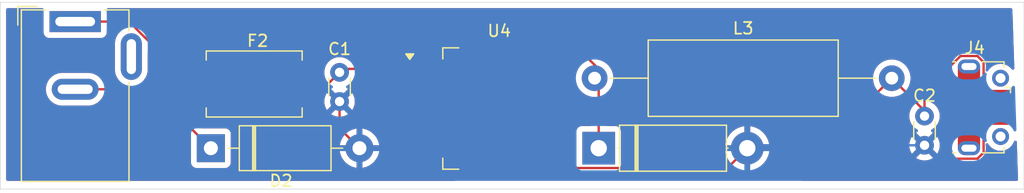
<source format=kicad_pcb>
(kicad_pcb (version 20241229) (generator "pcbnew") (generator_version "9.0")
  (layers (0 "F.Cu" signal) (2 "B.Cu" signal) (13 "F.Paste" user) (15 "B.Paste" user) (5 "F.SilkS" user "F.Silkscreen") (7 "B.SilkS" user "B.Silkscreen") (1 "F.Mask" user) (3 "B.Mask" user) (25 "Edge.Cuts" user))
  (net 0 "")
  (net 1 "GND")
  (net 2 "+12V")
  (net 3 "+5V")
  (net 4 "Net-(D2-K)")
  (net 5 "Net-(F2-Pad2)")
  (net 6 "Net-(IN5826-K)")
  (footprint "Capacitor_THT:C_Disc_D3.0mm_W1.6mm_P2.50mm" (layer "F.Cu") (at 101.5 90.7 -90)
    (property "Reference" "C1" (at -2 0 180) (layer "F.SilkS"))
    (property "Value" "680uf" (hide yes))
    (fp_line (start 0.485 0.92) (end 2.015 0.92) (stroke (width 0.12)) (layer "F.SilkS"))
    (fp_line (start 0.485 -0.92) (end 2.015 -0.92) (stroke (width 0.12)) (layer "F.SilkS"))
    (pad "1" thru_hole circle (at 0 0 270) (size 1.6 1.6) (drill 0.8) (layers "*.Cu" "*.Mask") (net 2 "+12V"))
    (pad "2" thru_hole circle (at 2.5 0 270) (size 1.6 1.6) (drill 0.8) (layers "*.Cu" "*.Mask") (net 1 "GND"))
  )
  (footprint "Package_TO_SOT_SMD:TO-263-5_TabPin3" (layer "F.Cu") (at 115.15 93.8)
    (property "Reference" "U4" (at 0 -6.65 0) (layer "F.SilkS"))
    (property "Value" "LM2596S-5" (hide yes))
    (fp_line (start -4.825 -5.2) (end -4.825 -4.25) (stroke (width 0.12)) (layer "F.SilkS"))
    (fp_line (start -4.825 5.2) (end -4.825 4.25) (stroke (width 0.12)) (layer "F.SilkS"))
    (fp_line (start -3.46 -5.2) (end -4.825 -5.2) (stroke (width 0.12)) (layer "F.SilkS"))
    (fp_line (start -3.46 5.2) (end -4.825 5.2) (stroke (width 0.12)) (layer "F.SilkS"))
    (fp_poly (pts (xy -7.65 -4.21) (xy -7.99 -4.68) (xy -7.31 -4.68)) (stroke (width 0.12)) (fill yes) (layer "F.SilkS"))
    (pad "1" smd roundrect (at -7.65 -3.4) (size 4.6 1.1) (layers "F.Cu" "F.Mask" "F.Paste") (roundrect_rratio 0.227273) (net 2 "+12V"))
    (pad "2" smd roundrect (at -7.65 -1.7) (size 4.6 1.1) (layers "F.Cu" "F.Mask" "F.Paste") (roundrect_rratio 0.227273) (net 6 "Net-(IN5826-K)"))
    (pad "3" smd roundrect (at -7.65 0) (size 4.6 1.1) (layers "F.Cu" "F.Mask" "F.Paste") (roundrect_rratio 0.227273) (net 1 "GND"))
    (pad "3" smd roundrect (at 1.5 0) (size 9.4 10.8) (layers "F.Cu" "F.Mask") (roundrect_rratio 0.026596) (net 1 "GND"))
    (pad "4" smd roundrect (at -7.65 1.7) (size 4.6 1.1) (layers "F.Cu" "F.Mask" "F.Paste") (roundrect_rratio 0.227273) (net 3 "+5V"))
    (pad "5" smd roundrect (at -7.65 3.4) (size 4.6 1.1) (layers "F.Cu" "F.Mask" "F.Paste") (roundrect_rratio 0.227273) (net 1 "GND"))
  )
  (footprint "Diode_THT:D_DO-15_P12.70mm_Horizontal" (layer "F.Cu") (at 90.5 97.2)
    (property "Reference" "D2" (at 6 2.8 0) (layer "F.SilkS"))
    (property "Value" "D_Schottky" (hide yes))
    (fp_line (start 1.44 0) (end 2.43 0) (stroke (width 0.12)) (layer "F.SilkS"))
    (fp_line (start 2.43 -1.92) (end 2.43 1.92) (stroke (width 0.12)) (layer "F.SilkS"))
    (fp_line (start 2.43 1.92) (end 10.27 1.92) (stroke (width 0.12)) (layer "F.SilkS"))
    (fp_line (start 3.57 -1.92) (end 3.57 1.92) (stroke (width 0.12)) (layer "F.SilkS"))
    (fp_line (start 3.69 -1.92) (end 3.69 1.92) (stroke (width 0.12)) (layer "F.SilkS"))
    (fp_line (start 3.81 -1.92) (end 3.81 1.92) (stroke (width 0.12)) (layer "F.SilkS"))
    (fp_line (start 10.27 -1.92) (end 2.43 -1.92) (stroke (width 0.12)) (layer "F.SilkS"))
    (fp_line (start 10.27 1.92) (end 10.27 -1.92) (stroke (width 0.12)) (layer "F.SilkS"))
    (fp_line (start 11.26 0) (end 10.27 0) (stroke (width 0.12)) (layer "F.SilkS"))
    (pad "1" thru_hole rect (at 0 0) (size 2.4 2.4) (drill 1.2) (layers "*.Cu" "*.Mask") (net 4 "Net-(D2-K)"))
    (pad "2" thru_hole oval (at 12.7 0) (size 2.4 2.4) (drill 1.2) (layers "*.Cu" "*.Mask") (net 1 "GND"))
  )
  (footprint "Connector_BarrelJack:BarrelJack_Wuerth_6941xx301002" (layer "F.Cu") (at 78.9 86.35)
    (property "Reference" "J3" (hide yes))
    (property "Value" "Barrel_Jack" (hide yes))
    (fp_line (start -4.9 -1.3) (end -4.9 0.3) (stroke (width 0.12)) (layer "F.SilkS"))
    (fp_line (start -4.6 -1) (end -2.5 -1) (stroke (width 0.12)) (layer "F.SilkS"))
    (fp_line (start -4.6 13.7) (end -4.6 -1) (stroke (width 0.12)) (layer "F.SilkS"))
    (fp_line (start -3.2 -1.3) (end -4.9 -1.3) (stroke (width 0.12)) (layer "F.SilkS"))
    (fp_line (start 2.5 -1) (end 4.6 -1) (stroke (width 0.12)) (layer "F.SilkS"))
    (fp_line (start 4.6 -1) (end 4.6 0.8) (stroke (width 0.12)) (layer "F.SilkS"))
    (fp_line (start 4.6 5.2) (end 4.6 13.7) (stroke (width 0.12)) (layer "F.SilkS"))
    (fp_line (start 4.6 13.7) (end -4.6 13.7) (stroke (width 0.12)) (layer "F.SilkS"))
    (pad "1" thru_hole rect (at 0 0) (size 4.4 1.8) (drill oval 3.4 0.8) (layers "*.Cu" "*.Mask") (net 5 "Net-(F2-Pad2)"))
    (pad "2" thru_hole oval (at 0 5.8) (size 4 1.8) (drill oval 3 0.8) (layers "*.Cu" "*.Mask") (net 4 "Net-(D2-K)"))
    (pad "3" thru_hole oval (at 4.8 3 90) (size 4 1.8) (drill oval 3 0.8) (layers "*.Cu" "*.Mask"))
  )
  (footprint "Fuse:Fuse_Bourns_MF-SM_7.98x5.44mm" (layer "F.Cu") (at 94.2 91.7 180)
    (property "Reference" "F2" (at -0.3 3.7 0) (layer "F.SilkS"))
    (property "Value" "Fuse" (hide yes))
    (fp_line (start 4.1 2.83) (end 4.1 2.05) (stroke (width 0.12)) (layer "F.SilkS"))
    (fp_line (start 4.1 -2.83) (end 4.1 -2.05) (stroke (width 0.12)) (layer "F.SilkS"))
    (fp_line (start -4.1 2.83) (end 4.1 2.83) (stroke (width 0.12)) (layer "F.SilkS"))
    (fp_line (start -4.1 2.83) (end -4.1 2.05) (stroke (width 0.12)) (layer "F.SilkS"))
    (fp_line (start -4.1 -2.83) (end 4.1 -2.83) (stroke (width 0.12)) (layer "F.SilkS"))
    (fp_line (start -4.1 -2.83) (end -4.1 -2.05) (stroke (width 0.12)) (layer "F.SilkS"))
    (pad "1" smd rect (at -3.7 0 180) (size 2.3 3.1) (layers "F.Cu" "F.Mask" "F.Paste") (net 2 "+12V"))
    (pad "2" smd rect (at 3.7 0 180) (size 2.3 3.1) (layers "F.Cu" "F.Mask" "F.Paste") (net 5 "Net-(F2-Pad2)"))
  )
  (footprint "Capacitor_THT:C_Disc_D3.0mm_W1.6mm_P2.50mm" (layer "F.Cu") (at 151.5 94.45 -90)
    (property "Reference" "C2" (at -1.75 0 180) (layer "F.SilkS"))
    (property "Value" "220uf" (hide yes))
    (fp_line (start 0.485 0.92) (end 2.015 0.92) (stroke (width 0.12)) (layer "F.SilkS"))
    (fp_line (start 0.485 -0.92) (end 2.015 -0.92) (stroke (width 0.12)) (layer "F.SilkS"))
    (pad "1" thru_hole circle (at 0 0 270) (size 1.6 1.6) (drill 0.8) (layers "*.Cu" "*.Mask") (net 3 "+5V"))
    (pad "2" thru_hole circle (at 2.5 0 270) (size 1.6 1.6) (drill 0.8) (layers "*.Cu" "*.Mask") (net 1 "GND"))
  )
  (footprint "Diode_THT:D_5W_P12.70mm_Horizontal" (layer "F.Cu") (at 123.65 97.2)
    (property "Reference" "IN5826" (hide yes))
    (property "Value" "D1")
    (fp_line (start 1.64 0) (end 1.78 0) (stroke (width 0.12)) (layer "F.SilkS"))
    (fp_line (start 1.78 -1.97) (end 1.78 1.97) (stroke (width 0.12)) (layer "F.SilkS"))
    (fp_line (start 1.78 1.97) (end 10.92 1.97) (stroke (width 0.12)) (layer "F.SilkS"))
    (fp_line (start 3.115 -1.97) (end 3.115 1.97) (stroke (width 0.12)) (layer "F.SilkS"))
    (fp_line (start 3.235 -1.97) (end 3.235 1.97) (stroke (width 0.12)) (layer "F.SilkS"))
    (fp_line (start 3.355 -1.97) (end 3.355 1.97) (stroke (width 0.12)) (layer "F.SilkS"))
    (fp_line (start 10.92 -1.97) (end 1.78 -1.97) (stroke (width 0.12)) (layer "F.SilkS"))
    (fp_line (start 10.92 1.97) (end 10.92 -1.97) (stroke (width 0.12)) (layer "F.SilkS"))
    (fp_line (start 11.06 0) (end 10.92 0) (stroke (width 0.12)) (layer "F.SilkS"))
    (pad "1" thru_hole rect (at 0 0) (size 2.8 2.8) (drill 1.4) (layers "*.Cu" "*.Mask") (net 6 "Net-(IN5826-K)"))
    (pad "2" thru_hole oval (at 12.7 0) (size 2.8 2.8) (drill 1.4) (layers "*.Cu" "*.Mask") (net 1 "GND"))
  )
  (footprint "Connector_USB:USB_Micro-B_Molex-105017-0001" (layer "F.Cu") (at 156.5375 93.7 -90)
    (property "Reference" "J4" (at -5.1 0.7375 0) (layer "F.SilkS"))
    (property "Value" "USB_B_Micro" (hide yes))
    (fp_line (start -3.9 2.6375) (end -3.9 2.3875) (stroke (width 0.12)) (layer "F.SilkS"))
    (fp_line (start 3.9 2.6375) (end 3.9 2.3875) (stroke (width 0.12)) (layer "F.SilkS"))
    (fp_line (start -3.9 0.0875) (end -3.9 -1.7625) (stroke (width 0.12)) (layer "F.SilkS"))
    (fp_line (start 3.9 0.0875) (end 3.9 -1.7625) (stroke (width 0.12)) (layer "F.SilkS"))
    (fp_line (start -3.9 -1.7625) (end -3.45 -1.7625) (stroke (width 0.12)) (layer "F.SilkS"))
    (fp_line (start 3.9 -1.7625) (end 3.45 -1.7625) (stroke (width 0.12)) (layer "F.SilkS"))
    (fp_line (start -1.7 -2.3125) (end -1.7 -1.8625) (stroke (width 0.12)) (layer "F.SilkS"))
    (fp_line (start -1.7 -2.3125) (end -1.25 -2.3125) (stroke (width 0.12)) (layer "F.SilkS"))
    (pad "1" smd rect (at -1.3 -1.4625 270) (size 0.4 1.35) (layers "F.Cu" "F.Mask" "F.Paste") (net 3 "+5V"))
    (pad "2" smd rect (at -0.65 -1.4625 270) (size 0.4 1.35) (layers "F.Cu" "F.Mask" "F.Paste"))
    (pad "3" smd rect (at 0 -1.4625 270) (size 0.4 1.35) (layers "F.Cu" "F.Mask" "F.Paste"))
    (pad "4" smd rect (at 0.65 -1.4625 270) (size 0.4 1.35) (layers "F.Cu" "F.Mask" "F.Paste"))
    (pad "5" smd rect (at 1.3 -1.4625 270) (size 0.4 1.35) (layers "F.Cu" "F.Mask" "F.Paste") (net 1 "GND"))
    (pad "6" thru_hole oval (at -3.5 1.2375 90) (size 1.2 1.9) (drill oval 0.6 1.3) (property pad_prop_heatsink) (layers "*.Cu" "*.Mask"))
    (pad "6" smd rect (at -2.9 1.2375 270) (size 1.2 1.9) (layers "F.Cu" "F.Mask"))
    (pad "6" thru_hole circle (at -2.5 -1.4625 270) (size 1.45 1.45) (drill 0.85) (property pad_prop_heatsink) (layers "*.Cu" "*.Mask"))
    (pad "6" smd rect (at -1 1.2375 270) (size 1.5 1.9) (layers "F.Cu" "F.Mask" "F.Paste"))
    (pad "6" smd rect (at 1 1.2375 270) (size 1.5 1.9) (layers "F.Cu" "F.Mask" "F.Paste"))
    (pad "6" thru_hole circle (at 2.5 -1.4625 270) (size 1.45 1.45) (drill 0.85) (property pad_prop_heatsink) (layers "*.Cu" "*.Mask"))
    (pad "6" smd rect (at 2.9 1.2375 270) (size 1.2 1.9) (layers "F.Cu" "F.Mask"))
    (pad "6" thru_hole oval (at 3.5 1.2375 270) (size 1.2 1.9) (drill oval 0.6 1.3) (property pad_prop_heatsink) (layers "*.Cu" "*.Mask"))
  )
  (footprint "Inductor_THT:L_Axial_L16.0mm_D6.3mm_P25.40mm_Horizontal_Fastron_VHBCC" (layer "F.Cu") (at 123.3 91.2)
    (property "Reference" "L3" (at 12.7 -4.27 0) (layer "F.SilkS"))
    (property "Value" "33uH" (hide yes))
    (fp_line (start 1.34 0) (end 4.58 0) (stroke (width 0.12)) (layer "F.SilkS"))
    (fp_line (start 4.58 -3.27) (end 4.58 3.27) (stroke (width 0.12)) (layer "F.SilkS"))
    (fp_line (start 4.58 3.27) (end 20.82 3.27) (stroke (width 0.12)) (layer "F.SilkS"))
    (fp_line (start 20.82 -3.27) (end 4.58 -3.27) (stroke (width 0.12)) (layer "F.SilkS"))
    (fp_line (start 20.82 3.27) (end 20.82 -3.27) (stroke (width 0.12)) (layer "F.SilkS"))
    (fp_line (start 24.06 0) (end 20.82 0) (stroke (width 0.12)) (layer "F.SilkS"))
    (pad "1" thru_hole circle (at 0 0) (size 2.2 2.2) (drill 1.1) (layers "*.Cu" "*.Mask") (net 6 "Net-(IN5826-K)"))
    (pad "2" thru_hole circle (at 25.4 0) (size 2.2 2.2) (drill 1.1) (layers "*.Cu" "*.Mask") (net 3 "+5V"))
  )
  (gr_line (start 160 100.7) (end 72.5 100.7) (stroke (width 0.05)) (layer "Edge.Cuts"))
  (gr_line (start 72.5 84.7) (end 72.5 100.7) (stroke (width 0.05)) (layer "Edge.Cuts"))
  (gr_line (start 160 84.7) (end 160 100.7) (stroke (width 0.05)) (layer "Edge.Cuts"))
  (gr_line (start 72.5 84.7) (end 160 84.7) (stroke (width 0.05)) (layer "Edge.Cuts"))
  (segment (start 107.5 93.8) (end 116.65 93.8) (width 0.2) (layer "F.Cu") (net 1))
  (segment (start 156.023206 98.101) (end 152.651 98.101) (width 0.2) (layer "F.Cu") (net 1))
  (segment (start 103.2 97.2) (end 107.5 97.2) (width 0.2) (layer "F.Cu") (net 1))
  (segment (start 105.2 93.8) (end 107.5 93.8) (width 0.2) (layer "F.Cu") (net 1))
  (segment (start 156.551 97.573206) (end 156.023206 98.101) (width 0.2) (layer "F.Cu") (net 1))
  (segment (start 104.899 96.03516) (end 104.899 94.101) (width 0.2) (layer "F.Cu") (net 1))
  (segment (start 156.551 95.7) (end 156.551 97.573206) (width 0.2) (layer "F.Cu") (net 1))
  (segment (start 121.751 98.901) (end 134.649 98.901) (width 0.2) (layer "F.Cu") (net 1))
  (segment (start 116.65 93.8) (end 121.751 98.901) (width 0.2) (layer "F.Cu") (net 1))
  (segment (start 152.651 98.101) (end 151.5 96.95) (width 0.2) (layer "F.Cu") (net 1))
  (segment (start 101.5 93.2) (end 101.5 95.5) (width 0.2) (layer "F.Cu") (net 1))
  (segment (start 157.251 95) (end 156.551 95.7) (width 0.2) (layer "F.Cu") (net 1))
  (segment (start 106.06384 97.2) (end 104.899 96.03516) (width 0.2) (layer "F.Cu") (net 1))
  (segment (start 158 95) (end 157.251 95) (width 0.2) (layer "F.Cu") (net 1))
  (segment (start 104.899 94.101) (end 105.2 93.8) (width 0.2) (layer "F.Cu") (net 1))
  (segment (start 134.649 98.901) (end 136.35 97.2) (width 0.2) (layer "F.Cu") (net 1))
  (segment (start 107.5 97.2) (end 106.06384 97.2) (width 0.2) (layer "F.Cu") (net 1))
  (segment (start 101.5 95.5) (end 103.2 97.2) (width 0.2) (layer "F.Cu") (net 1))
  (segment (start 151.5 96.95) (end 136.6 96.95) (width 0.2) (layer "B.Cu") (net 1))
  (segment (start 136.6 96.95) (end 136.35 97.2) (width 0.2) (layer "B.Cu") (net 1))
  (segment (start 102 90.7) (end 102.3 90.4) (width 0.2) (layer "F.Cu") (net 2))
  (segment (start 97.9 91.7) (end 100.5 91.7) (width 0.2) (layer "F.Cu") (net 2))
  (segment (start 100.5 91.7) (end 101.5 90.7) (width 0.2) (layer "F.Cu") (net 2))
  (segment (start 102.3 90.4) (end 107.5 90.4) (width 0.2) (layer "F.Cu") (net 2))
  (segment (start 101.5 90.7) (end 102 90.7) (width 0.2) (layer "F.Cu") (net 2))
  (segment (start 107.5 95.5) (end 109.8 95.5) (width 0.2) (layer "F.Cu") (net 3))
  (segment (start 156.023206 89.299) (end 156.551 89.826794) (width 0.2) (layer "F.Cu") (net 3))
  (segment (start 111.649 99.18516) (end 111.96484 99.501) (width 0.2) (layer "F.Cu") (net 3))
  (segment (start 151.5 92.375794) (end 154.576794 89.299) (width 0.2) (layer "F.Cu") (net 3))
  (segment (start 151.5 94) (end 151.5 94.45) (width 0.2) (layer "F.Cu") (net 3))
  (segment (start 154.576794 89.299) (end 156.023206 89.299) (width 0.2) (layer "F.Cu") (net 3))
  (segment (start 148.7 91.2) (end 151.5 94) (width 0.2) (layer "F.Cu") (net 3))
  (segment (start 151.5 94.45) (end 151.5 92.375794) (width 0.2) (layer "F.Cu") (net 3))
  (segment (start 111.96484 99.501) (end 140.399 99.501) (width 0.2) (layer "F.Cu") (net 3))
  (segment (start 156.551 92.2) (end 156.751 92.4) (width 0.2) (layer "F.Cu") (net 3))
  (segment (start 109.8 95.5) (end 111.649 97.349) (width 0.2) (layer "F.Cu") (net 3))
  (segment (start 156.551 89.826794) (end 156.551 92.2) (width 0.2) (layer "F.Cu") (net 3))
  (segment (start 111.649 97.349) (end 111.649 99.18516) (width 0.2) (layer "F.Cu") (net 3))
  (segment (start 140.399 99.501) (end 148.7 91.2) (width 0.2) (layer "F.Cu") (net 3))
  (segment (start 156.751 92.4) (end 158 92.4) (width 0.2) (layer "F.Cu") (net 3))
  (segment (start 78.9 92.15) (end 85.45 92.15) (width 0.2) (layer "F.Cu") (net 4))
  (segment (start 85.45 92.15) (end 90.5 97.2) (width 0.2) (layer "F.Cu") (net 4))
  (segment (start 88.84847 91.7) (end 90.5 91.7) (width 0.2) (layer "F.Cu") (net 5))
  (segment (start 83.49847 86.35) (end 88.84847 91.7) (width 0.2) (layer "F.Cu") (net 5))
  (segment (start 78.9 86.35) (end 83.49847 86.35) (width 0.2) (layer "F.Cu") (net 5))
  (segment (start 110.35 92.1) (end 110.35 89.71384) (width 0.2) (layer "F.Cu") (net 6))
  (segment (start 111.96484 88.099) (end 121.33516 88.099) (width 0.2) (layer "F.Cu") (net 6))
  (segment (start 121.33516 88.099) (end 123.65 90.41384) (width 0.2) (layer "F.Cu") (net 6))
  (segment (start 107.5 92.1) (end 110.35 92.1) (width 0.2) (layer "F.Cu") (net 6))
  (segment (start 110.35 89.71384) (end 111.96484 88.099) (width 0.2) (layer "F.Cu") (net 6))
  (segment (start 123.65 90.41384) (end 123.65 97.2) (width 0.2) (layer "F.Cu") (net 6))
  (zone (net 1) (net_name "GND") (layers "F.Cu" "B.Cu") (connect_pads (clearance 0.5)) (min_thickness 0.25) (fill yes (thermal_gap 0.5) (thermal_bridge_width 0.5))
    (polygon (pts (xy 73 85) (xy 73 100) (xy 159.5 100) (xy 159 85) (xy 159.5 85) (xy 73.5 84.5)))
  )
)
</source>
